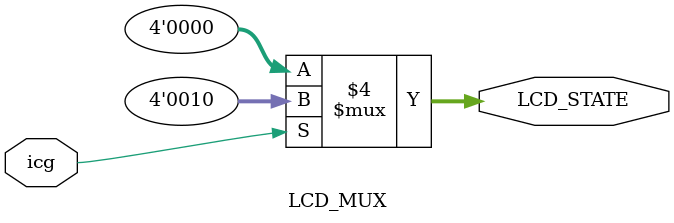
<source format=v>
module LCD_MUX(
	LCD_STATE,
	icg
);

	input icg;
	output reg [3:0] LCD_STATE;
	
	always @(*) begin
		LCD_STATE = 4'b0000;
		
		if (icg == 1) begin
			LCD_STATE = 4'b0010;
		end
	end
endmodule
</source>
